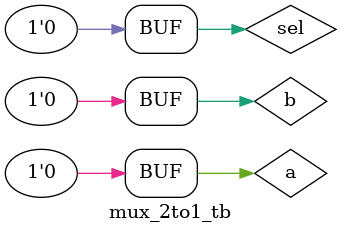
<source format=sv>
module mux_2to1_tb;

	logic a;
	logic b;
	logic sel;
	wire y;

	mux_2to1 L1(
	.A(a),
	.B(b),
	.sel(sel),
	.Y(y)
	);

	initial begin

	a=1'b0;
	b=1'b0;
	sel = 1'b0;
	#5;
	a = 1'b0;
	b =1'b1;
	sel = 1'b0;
	#5;
	a=1'b0;
	b=1'b1;
	sel = 1'b1;
	#5;
	a = 1'b0;
	b = 1'b1;
	sel = 1'b0;
	#5;
	a = 1'b0;
	b = 1'b0;
	sel = 1'b0;
	end

endmodule

</source>
